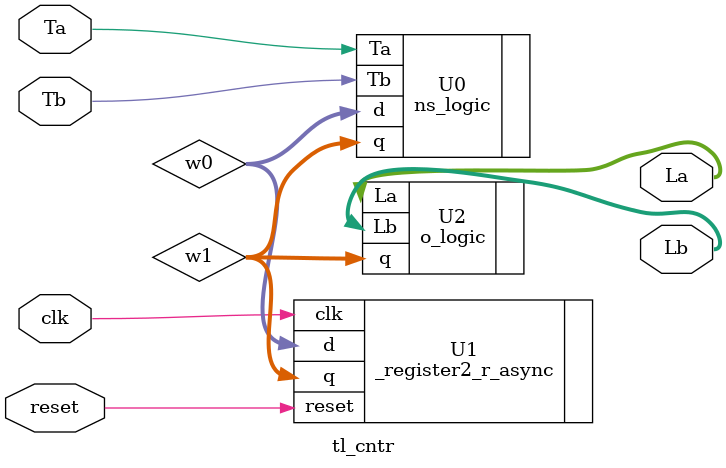
<source format=v>
module tl_cntr(clk,reset,Ta,Tb,La,Lb);
	input Ta,Tb,clk,reset;
	output[1:0]La,Lb;
	
	wire [1:0] w0, w1;
	
	ns_logic U0(.d(w0), .q(w1), .Ta(Ta), .Tb(Tb)); // register에서의 Q를 입력으로 받고 D를 출력
	_register2_r_async U1(.clk(clk), .d(w0), .q(w1), .reset(reset)); // ns_logic의 출력인 D를 입력으로 받고 Q를 출력 
	o_logic U2(.q(w1), .La(La), .Lb(Lb)); // register에서 출력된 Q를 입력으로 하여 TRAFFIC LIGHT를 출력 


endmodule

</source>
